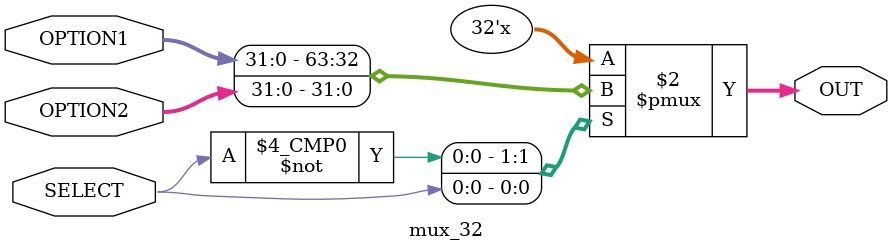
<source format=v>
`timescale 1ns/100ps
module pc_unit(CLK,RESET,PC,selOFFSET,isBranching,busywait);
    input CLK,RESET,isBranching,busywait;
    wire [31:0] PC_4;
    output reg [31:0] PC;
    input [31:0] selOFFSET;

    wire [31:0] TargetAddress,PCNext;

    pc_adder add_pc(PC,PC_4);//this calculates the instruction which is after the current instruction. i.e PC+4
    JBAdder jbadder(PC_4,selOFFSET,TargetAddress);//this module calculates the jump address
    mux_32 nextpc_address(PC_4,TargetAddress,isBranching,PCNext);//selecting the next PC is TargetAdress or PC+4

    always @(posedge CLK) begin
        
            if(RESET) begin
                PC <= #1 0; //0 is taken and updated to PC after 1 time unit
            end
            else if(busywait == 1'b0) begin
                PC <= #1 PCNext; //Hold one time unit and update PC by PCNext
            end
        end 
endmodule

module pc_adder(PC,PC_4);
    input [31:0] PC;
    output reg [31:0] PC_4;
    always @(PC) begin
        #1 PC_4 = PC + 32'd4; //PC + 4 is calculated here. It updates after 1 sec when PC changes
    end
endmodule

module JBAdder(PC_4,selOFFSET,TargetAddress);
    input [31:0] PC_4,selOFFSET;
    output [31:0] TargetAddress;
    assign #2 TargetAddress = PC_4 + selOFFSET;//TargetAddress is the address calculated to jump in j and beq instructions
endmodule

module mux_32(OPTION1,OPTION2,SELECT,OUT);//This mux is used to select for PCNext from PC+4 and TargetAddress.inputs and output of this mux is 32 bits.
    input [31:0] OPTION1,OPTION2;
    input SELECT;
    output reg [31:0] OUT;
    always @(SELECT,OPTION1,OPTION2) begin
        case(SELECT)
            1'd0 : OUT = OPTION1;
            1'd1 : OUT = OPTION2;
        endcase
    end
endmodule
</source>
